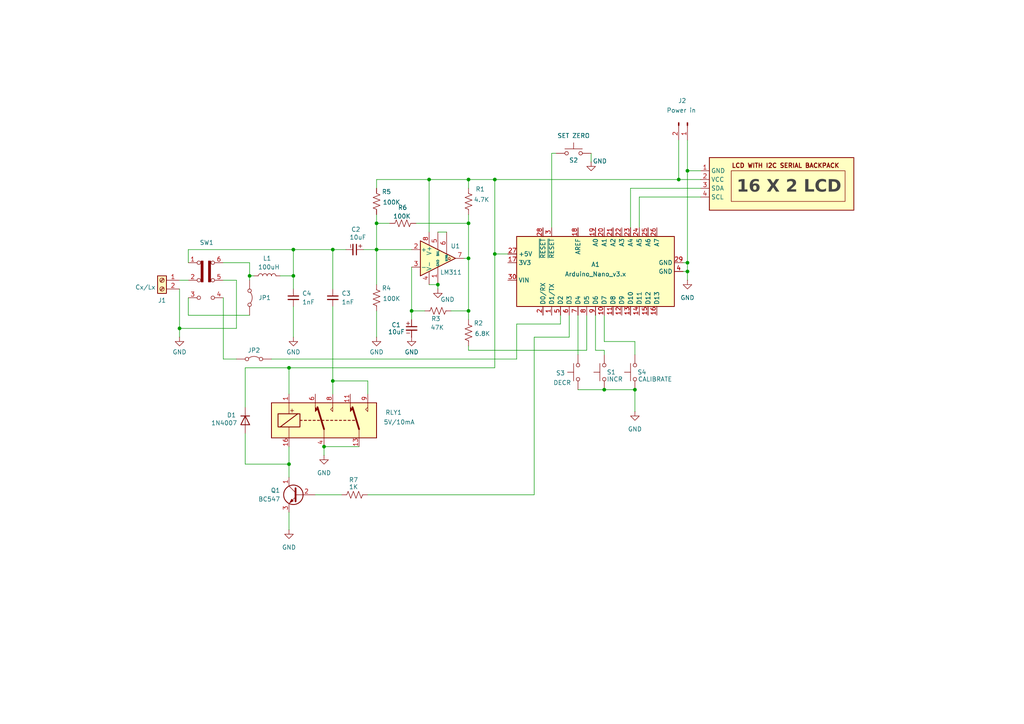
<source format=kicad_sch>
(kicad_sch (version 20231120) (generator "eeschema") (generator_version "8.0")
  (paper "A4")
  (lib_symbols
    (symbol "C_Small_1" (pin_numbers hide) (pin_names (offset 0.254) hide)
      (property "Reference" "C" (at 0.254 1.778 0))
      (property "Value" "C_Small" (at 0.254 -2.032 0))
      (symbol "C_Small_1_0_1"
        (polyline (pts (xy -1.524 -0.508) (xy 1.524 -0.508)) (stroke (width 0.3302)))
        (polyline (pts (xy -1.524 0.508) (xy 1.524 0.508)) (stroke (width 0.3048)))
      )
      (symbol "C_Small_1_1_1"
        (pin passive line (at 0 2.54 270) (length 2.032) (name "~") (number "1"))
        (pin passive line (at 0 -2.54 90) (length 2.032) (name "~") (number "2"))
      )
    )
    (symbol "Comparator:LM311" (pin_names (offset 0.127))
      (property "Reference" "U" (at 3.81 6.35 0))
      (property "Value" "LM311" (at 3.81 3.81 0))
      (symbol "LM311_0_1"
        (polyline (pts (xy 5.08 0) (xy -5.08 5.08) (xy -5.08 -5.08) (xy 5.08 0)) (stroke (width 0.254)) (fill (type background)))
        (polyline (pts (xy 3.683 -0.381) (xy 3.302 -0.381) (xy 3.683 0) (xy 3.302 0.381) (xy 2.921 0) (xy 3.302 -0.381) (xy 2.921 -0.381)) (stroke (width 0.127)))
      )
      (symbol "LM311_1_1"
        (pin passive line (at 0 -7.62 90) (length 5.08) (name "GND") (number "1"))
        (pin input line (at -7.62 2.54 0) (length 2.54) (name "+") (number "2"))
        (pin input line (at -7.62 -2.54 0) (length 2.54) (name "-") (number "3"))
        (pin power_in line (at -2.54 -7.62 90) (length 3.81) (name "V-") (number "4"))
        (pin input line (at 0 7.62 270) (length 5.08) (name "BAL") (number "5"))
        (pin input line (at 2.54 7.62 270) (length 6.35) (name "STRB") (number "6"))
        (pin open_collector line (at 7.62 0 180) (length 2.54) (name "~") (number "7"))
        (pin power_in line (at -2.54 7.62 270) (length 3.81) (name "V+") (number "8"))
      )
    )
    (symbol "Connector:Conn_01x02_Pin" (pin_names (offset 1.016) hide)
      (property "Reference" "J" (at 0 2.54 0))
      (property "Value" "Conn_01x02_Pin" (at 0 -5.08 0))
      (symbol "Conn_01x02_Pin_1_1"
        (polyline (pts (xy 1.27 -2.54) (xy 0.8636 -2.54)) (stroke (width 0.1524)))
        (polyline (pts (xy 1.27 0) (xy 0.8636 0)) (stroke (width 0.1524)))
        (rectangle (start 0.8636 -2.413) (end 0 -2.667) (stroke (width 0.1524)) (fill (type outline)))
        (rectangle (start 0.8636 0.127) (end 0 -0.127) (stroke (width 0.1524)) (fill (type outline)))
        (pin passive line (at 5.08 0 180) (length 3.81) (name "Pin_1") (number "1"))
        (pin passive line (at 5.08 -2.54 180) (length 3.81) (name "Pin_2") (number "2"))
      )
    )
    (symbol "Connector:Screw_Terminal_01x02" (pin_names (offset 1.016) hide)
      (property "Reference" "J" (at 0 2.54 0))
      (property "Value" "Screw_Terminal_01x02" (at 0 -5.08 0))
      (symbol "Screw_Terminal_01x02_1_1"
        (rectangle (start -1.27 1.27) (end 1.27 -3.81) (stroke (width 0.254)) (fill (type background)))
        (circle (center 0 -2.54) (radius 0.635) (stroke (width 0.1524)))
        (polyline (pts (xy -0.5334 -2.2098) (xy 0.3302 -3.048)) (stroke (width 0.1524)))
        (polyline (pts (xy -0.5334 0.3302) (xy 0.3302 -0.508)) (stroke (width 0.1524)))
        (polyline (pts (xy -0.3556 -2.032) (xy 0.508 -2.8702)) (stroke (width 0.1524)))
        (polyline (pts (xy -0.3556 0.508) (xy 0.508 -0.3302)) (stroke (width 0.1524)))
        (circle (center 0 0) (radius 0.635) (stroke (width 0.1524)))
        (pin passive line (at -5.08 0 0) (length 3.81) (name "Pin_1") (number "1"))
        (pin passive line (at -5.08 -2.54 0) (length 3.81) (name "Pin_2") (number "2"))
      )
    )
    (symbol "Device:C_Small" (pin_numbers hide) (pin_names (offset 0.254) hide)
      (property "Reference" "C1" (at -7.366 1.016 0))
      (property "Value" "C_Small" (at -10.668 -1.524 0))
      (symbol "C_Small_0_1"
        (polyline (pts (xy -1.524 -0.508) (xy 1.524 -0.508)) (stroke (width 0.3302)))
        (polyline (pts (xy -1.524 0.508) (xy 1.524 0.508)) (stroke (width 0.3048)))
      )
      (symbol "C_Small_1_1"
        (text "+" (at -1.016 1.524 0) (effects (font (size 1.27 1.27))))
        (text "-" (at -1.016 -1.27 0) (effects (font (size 1.27 1.27))))
        (pin passive line (at 0 2.54 270) (length 2.032) (name "~") (number "1"))
        (pin passive line (at 0 -2.54 90) (length 2.032) (name "~") (number "2"))
      )
    )
    (symbol "Device:L" (pin_numbers hide) (pin_names (offset 1.016) hide)
      (property "Reference" "L" (at -1.27 0 90))
      (property "Value" "L" (at 1.905 0 90))
      (symbol "L_0_1"
        (arc (start 0 -2.54) (mid 0.6323 -1.905) (end 0 -1.27))
        (arc (start 0 -1.27) (mid 0.6323 -0.635) (end 0 0))
        (arc (start 0 0) (mid 0.6323 0.635) (end 0 1.27))
        (arc (start 0 1.27) (mid 0.6323 1.905) (end 0 2.54))
      )
      (symbol "L_1_1"
        (pin passive line (at 0 3.81 270) (length 1.27) (name "1") (number "1"))
        (pin passive line (at 0 -3.81 90) (length 1.27) (name "2") (number "2"))
      )
    )
    (symbol "Device:R_US" (pin_numbers hide) (pin_names (offset 0))
      (property "Reference" "R" (at 2.54 0 90))
      (property "Value" "R_US" (at -2.54 0 90))
      (symbol "R_US_0_1"
        (polyline (pts (xy 0 -2.286) (xy 0 -2.54)))
        (polyline (pts (xy 0 2.286) (xy 0 2.54)))
        (polyline (pts (xy 0 -0.762) (xy 1.016 -1.143) (xy 0 -1.524) (xy -1.016 -1.905) (xy 0 -2.286)))
        (polyline (pts (xy 0 0.762) (xy 1.016 0.381) (xy 0 0) (xy -1.016 -0.381) (xy 0 -0.762)))
        (polyline (pts (xy 0 2.286) (xy 1.016 1.905) (xy 0 1.524) (xy -1.016 1.143) (xy 0 0.762)))
      )
      (symbol "R_US_1_1"
        (pin passive line (at 0 3.81 270) (length 1.27) (name "~") (number "1"))
        (pin passive line (at 0 -3.81 90) (length 1.27) (name "~") (number "2"))
      )
    )
    (symbol "Diode:1N4007" (pin_numbers hide) (pin_names hide)
      (property "Reference" "D" (at 0 2.54 0))
      (property "Value" "1N4007" (at 0 -2.54 0))
      (symbol "1N4007_0_1"
        (polyline (pts (xy -1.27 1.27) (xy -1.27 -1.27)) (stroke (width 0.254)))
        (polyline (pts (xy 1.27 0) (xy -1.27 0)))
        (polyline (pts (xy 1.27 1.27) (xy 1.27 -1.27) (xy -1.27 0) (xy 1.27 1.27)) (stroke (width 0.254)))
      )
      (symbol "1N4007_1_1"
        (pin passive line (at -3.81 0 0) (length 2.54) (name "K") (number "1"))
        (pin passive line (at 3.81 0 180) (length 2.54) (name "A") (number "2"))
      )
    )
    (symbol "Jumper:Jumper_2_Bridged" (pin_numbers hide) (pin_names (offset 0) hide) (exclude_from_sim yes)
      (property "Reference" "JP" (at 0 1.905 0))
      (property "Value" "Jumper_2_Bridged" (at 0 -2.54 0))
      (symbol "Jumper_2_Bridged_0_0"
        (circle (center -2.032 0) (radius 0.508))
        (circle (center 2.032 0) (radius 0.508))
      )
      (symbol "Jumper_2_Bridged_0_1"
        (arc (start 1.524 0.254) (mid 0 0.762) (end -1.524 0.254))
      )
      (symbol "Jumper_2_Bridged_1_1"
        (pin passive line (at -5.08 0 0) (length 2.54) (name "A") (number "1"))
        (pin passive line (at 5.08 0 180) (length 2.54) (name "B") (number "2"))
      )
    )
    (symbol "MCU_Module:Arduino_Nano_v3.x"
      (property "Reference" "A" (at -10.16 23.495 0))
      (property "Value" "Arduino_Nano_v3.x" (at 5.08 -24.13 0))
      (symbol "Arduino_Nano_v3.x_0_1"
        (rectangle (start -10.16 22.86) (end 10.16 -22.86) (stroke (width 0.254)) (fill (type background)))
      )
      (symbol "Arduino_Nano_v3.x_1_1"
        (pin bidirectional line (at -12.7 12.7 0) (length 2.54) (name "D1/TX") (number "1"))
        (pin bidirectional line (at -12.7 -2.54 0) (length 2.54) (name "D7") (number "10"))
        (pin bidirectional line (at -12.7 -5.08 0) (length 2.54) (name "D8") (number "11"))
        (pin bidirectional line (at -12.7 -7.62 0) (length 2.54) (name "D9") (number "12"))
        (pin bidirectional line (at -12.7 -10.16 0) (length 2.54) (name "D10") (number "13"))
        (pin bidirectional line (at -12.7 -12.7 0) (length 2.54) (name "D11") (number "14"))
        (pin bidirectional line (at -12.7 -15.24 0) (length 2.54) (name "D12") (number "15"))
        (pin bidirectional line (at -12.7 -17.78 0) (length 2.54) (name "D13") (number "16"))
        (pin power_out line (at 2.54 25.4 270) (length 2.54) (name "3V3") (number "17"))
        (pin input line (at 12.7 5.08 180) (length 2.54) (name "AREF") (number "18"))
        (pin bidirectional line (at 12.7 0 180) (length 2.54) (name "A0") (number "19"))
        (pin bidirectional line (at -12.7 15.24 0) (length 2.54) (name "D0/RX") (number "2"))
        (pin bidirectional line (at 12.7 -2.54 180) (length 2.54) (name "A1") (number "20"))
        (pin bidirectional line (at 12.7 -5.08 180) (length 2.54) (name "A2") (number "21"))
        (pin bidirectional line (at 12.7 -7.62 180) (length 2.54) (name "A3") (number "22"))
        (pin bidirectional line (at 12.7 -10.16 180) (length 2.54) (name "A4") (number "23"))
        (pin bidirectional line (at 12.7 -12.7 180) (length 2.54) (name "A5") (number "24"))
        (pin bidirectional line (at 12.7 -15.24 180) (length 2.54) (name "A6") (number "25"))
        (pin bidirectional line (at 12.7 -17.78 180) (length 2.54) (name "A7") (number "26"))
        (pin power_out line (at 5.08 25.4 270) (length 2.54) (name "+5V") (number "27"))
        (pin input line (at 12.7 15.24 180) (length 2.54) (name "~{RESET}") (number "28"))
        (pin power_in line (at 2.54 -25.4 90) (length 2.54) (name "GND") (number "29"))
        (pin input line (at 12.7 12.7 180) (length 2.54) (name "~{RESET}") (number "3"))
        (pin power_in line (at -2.54 25.4 270) (length 2.54) (name "VIN") (number "30"))
        (pin power_in line (at 0 -25.4 90) (length 2.54) (name "GND") (number "4"))
        (pin bidirectional line (at -12.7 10.16 0) (length 2.54) (name "D2") (number "5"))
        (pin bidirectional line (at -12.7 7.62 0) (length 2.54) (name "D3") (number "6"))
        (pin bidirectional line (at -12.7 5.08 0) (length 2.54) (name "D4") (number "7"))
        (pin bidirectional line (at -12.7 2.54 0) (length 2.54) (name "D5") (number "8"))
        (pin bidirectional line (at -12.7 0 0) (length 2.54) (name "D6") (number "9"))
      )
    )
    (symbol "My_Library:My-WC1602A-I2C"
      (symbol "My-WC1602A-I2C_1_1"
        (rectangle (start -17.78 7.62) (end 24.13 -7.62) (stroke (width 0.254)) (fill (type background)))
        (rectangle (start -11.43 3.81) (end 21.59 -5.08))
        (text "16 X 2 LCD" (at 5.334 -0.762 0) (effects (font (size 3.556 3.556) (thickness 0.508) (bold yes))))
        (text "LCD WITH I2C SERIAL BACKPACK" (at 4.318 5.334 0) (effects (font (size 1.27 1.27) (thickness 0.254) (bold yes))))
        (pin power_in line (at -20.32 3.81 0) (length 2.54) (name "GND") (number "1"))
        (pin power_in line (at -20.32 1.27 0) (length 2.54) (name "VCC") (number "2"))
        (pin bidirectional line (at -20.32 -1.27 0) (length 2.54) (name "SDA") (number "3"))
        (pin input line (at -20.32 -3.81 0) (length 2.54) (name "SCL") (number "4"))
      )
    )
    (symbol "My_Library:TIANBO-HJR1-2CL-05V"
      (property "Reference" "K" (at 15.24 8.89 0))
      (property "Value" "TIANBO-HJR1-2CL-05V" (at 28.194 3.302 0))
      (symbol "TIANBO-HJR1-2CL-05V_1_1"
        (rectangle (start -15.24 5.08) (end 15.24 -5.08) (stroke (width 0.254)) (fill (type background)))
        (rectangle (start -13.335 1.905) (end -6.985 -1.905) (stroke (width 0.254)))
        (polyline (pts (xy -12.7 -1.905) (xy -7.62 1.905)) (stroke (width 0.254)))
        (polyline (pts (xy -10.16 -5.08) (xy -10.16 -1.905)))
        (polyline (pts (xy -10.16 5.08) (xy -10.16 1.905)))
        (polyline (pts (xy -6.985 0) (xy -6.35 0)) (stroke (width 0.254)))
        (polyline (pts (xy -5.715 0) (xy -5.08 0)) (stroke (width 0.254)))
        (polyline (pts (xy -4.445 0) (xy -3.81 0)) (stroke (width 0.254)))
        (polyline (pts (xy -3.175 0) (xy -2.54 0)) (stroke (width 0.254)))
        (polyline (pts (xy -1.905 0) (xy -1.27 0)) (stroke (width 0.254)))
        (polyline (pts (xy -0.635 0) (xy 0 0)) (stroke (width 0.254)))
        (polyline (pts (xy 0 -2.54) (xy -1.905 3.81)) (stroke (width 0.508)))
        (polyline (pts (xy 0 -2.54) (xy 0 -5.08)))
        (polyline (pts (xy 0.635 0) (xy 1.27 0)) (stroke (width 0.254)))
        (polyline (pts (xy 1.905 0) (xy 2.54 0)) (stroke (width 0.254)))
        (polyline (pts (xy 3.175 0) (xy 3.81 0)) (stroke (width 0.254)))
        (polyline (pts (xy 4.445 0) (xy 5.08 0)) (stroke (width 0.254)))
        (polyline (pts (xy 5.715 0) (xy 6.35 0)) (stroke (width 0.254)))
        (polyline (pts (xy 6.985 0) (xy 7.62 0)) (stroke (width 0.254)))
        (polyline (pts (xy 8.255 0) (xy 8.89 0)) (stroke (width 0.254)))
        (polyline (pts (xy 10.16 -2.54) (xy 8.255 3.81)) (stroke (width 0.508)))
        (polyline (pts (xy 10.16 -2.54) (xy 10.16 -5.08)))
        (polyline (pts (xy -2.54 5.08) (xy -2.54 2.54) (xy -1.905 3.175) (xy -2.54 3.81)) (fill (type outline)))
        (polyline (pts (xy 2.54 5.08) (xy 2.54 2.54) (xy 1.905 3.175) (xy 2.54 3.81)))
        (polyline (pts (xy 7.62 5.08) (xy 7.62 2.54) (xy 8.255 3.175) (xy 7.62 3.81)) (fill (type outline)))
        (polyline (pts (xy 12.7 5.08) (xy 12.7 2.54) (xy 12.065 3.175) (xy 12.7 3.81)))
        (text "+" (at -9.271 2.921 0) (effects (font (size 1.27 1.27))))
        (pin passive line (at -10.16 7.62 270) (length 2.54) (name "~") (number "1"))
        (pin passive line (at 7.62 7.62 270) (length 2.54) (name "~") (number "11"))
        (pin passive line (at 10.16 -7.62 90) (length 2.54) (name "~") (number "13"))
        (pin passive line (at -10.16 -7.62 90) (length 2.54) (name "~") (number "16"))
        (pin passive line (at 0 -7.62 90) (length 2.54) (name "~") (number "4"))
        (pin passive line (at -2.54 7.62 270) (length 2.54) (name "~") (number "6"))
        (pin passive line (at 2.54 7.62 270) (length 2.54) (name "~") (number "8"))
        (pin passive line (at 12.7 7.62 270) (length 2.54) (name "~") (number "9"))
      )
    )
    (symbol "Switch:SW_Omron_B3FS" (pin_numbers hide) (pin_names (offset 1.016) hide)
      (property "Reference" "SW" (at 1.27 2.54 0))
      (property "Value" "SW_Omron_B3FS" (at 0 -1.524 0))
      (symbol "SW_Omron_B3FS_0_1"
        (circle (center -2.032 0) (radius 0.508))
        (polyline (pts (xy 0 1.27) (xy 0 3.048)))
        (polyline (pts (xy 2.54 1.27) (xy -2.54 1.27)))
        (circle (center 2.032 0) (radius 0.508))
        (pin passive line (at -5.08 0 0) (length 2.54) (name "1") (number "1"))
        (pin passive line (at 5.08 0 180) (length 2.54) (name "2") (number "2"))
      )
    )
    (symbol "Switch:SW_Slide_DPDT" (pin_names (offset 0) hide)
      (property "Reference" "SW" (at 0 6.858 0))
      (property "Value" "SW_Slide_DPDT" (at 0 -8.128 0))
      (symbol "SW_Slide_DPDT_0_0"
        (circle (center -2.032 -5.08) (radius 0.508))
        (circle (center -2.032 5.08) (radius 0.508))
        (circle (center 2.032 -5.08) (radius 0.508))
        (circle (center 2.032 0) (radius 0.508))
      )
      (symbol "SW_Slide_DPDT_0_1"
        (circle (center -2.032 0) (radius 0.508))
        (circle (center 2.032 5.08) (radius 0.508))
      )
      (symbol "SW_Slide_DPDT_1_1"
        (rectangle (start -1.397 5.588) (end -0.762 -0.508) (fill (type outline)))
        (rectangle (start 0.762 5.588) (end 1.397 -0.508) (fill (type outline)))
        (pin passive line (at -5.08 5.08 0) (length 2.54) (name "A") (number "1"))
        (pin passive line (at -5.08 0 0) (length 2.54) (name "B") (number "2"))
        (pin passive line (at -5.08 -5.08 0) (length 2.54) (name "C") (number "3"))
        (pin passive line (at 5.08 -5.08 180) (length 2.54) (name "A") (number "4"))
        (pin passive line (at 5.08 0 180) (length 2.54) (name "B") (number "5"))
        (pin passive line (at 5.08 5.08 180) (length 2.54) (name "C") (number "6"))
      )
    )
    (symbol "Transistor_BJT:BC547" (pin_names (offset 0) hide)
      (property "Reference" "Q" (at 5.08 1.905 0))
      (property "Value" "BC547" (at 5.08 0 0))
      (symbol "BC547_0_1"
        (polyline (pts (xy 0 0) (xy 0.635 0)))
        (polyline (pts (xy 0.635 0.635) (xy 2.54 2.54)))
        (polyline (pts (xy 0.635 -0.635) (xy 2.54 -2.54) (xy 2.54 -2.54)))
        (polyline (pts (xy 0.635 1.905) (xy 0.635 -1.905) (xy 0.635 -1.905)) (stroke (width 0.508)))
        (polyline (pts (xy 1.27 -1.778) (xy 1.778 -1.27) (xy 2.286 -2.286) (xy 1.27 -1.778) (xy 1.27 -1.778)) (fill (type outline)))
        (circle (center 1.27 0) (radius 2.8194) (stroke (width 0.254)))
      )
      (symbol "BC547_1_1"
        (pin passive line (at 2.54 5.08 270) (length 2.54) (name "C") (number "1"))
        (pin input line (at -5.08 0 0) (length 5.08) (name "B") (number "2"))
        (pin passive line (at 2.54 -5.08 90) (length 2.54) (name "E") (number "3"))
      )
    )
    (symbol "power:GND" (power) (pin_numbers hide) (pin_names (offset 0) hide)
      (property "Value" "GND" (at 0 -3.81 0))
      (symbol "GND_0_1"
        (polyline (pts (xy 0 0) (xy 0 -1.27) (xy 1.27 -1.27) (xy 0 -2.54) (xy -1.27 -1.27) (xy 0 -1.27)))
      )
      (symbol "GND_1_1"
        (pin power_in line (at 0 0 270) (length 0) (name "~") (number "1"))
      )
    )
  )
  (junction (at 96.52 110.49))
  (junction (at 124.46 52.07))
  (junction (at 85.09 72.39))
  (junction (at 135.89 52.07))
  (junction (at 93.98 129.54))
  (junction (at 199.39 76.2))
  (junction (at 135.89 74.93))
  (junction (at 109.22 72.39))
  (junction (at 196.85 52.07))
  (junction (at 135.89 90.17))
  (junction (at 83.82 134.62))
  (junction (at 52.07 95.25))
  (junction (at 119.38 90.17))
  (junction (at 143.51 52.07))
  (junction (at 96.52 72.39))
  (junction (at 175.26 113.03))
  (junction (at 83.82 106.68))
  (junction (at 184.15 113.03))
  (junction (at 135.89 64.77))
  (junction (at 127 82.55))
  (junction (at 199.39 49.53))
  (junction (at 143.51 73.66))
  (junction (at 72.39 80.01))
  (junction (at 109.22 64.77))
  (junction (at 199.39 78.74))
  (junction (at 85.09 80.01))
  (wire (pts (xy 109.22 64.77) (xy 109.22 72.39)))
  (wire (pts (xy 171.45 44.45) (xy 171.45 46.99)))
  (wire (pts (xy 119.38 90.17) (xy 123.19 90.17)))
  (wire (pts (xy 83.82 134.62) (xy 83.82 138.43)))
  (wire (pts (xy 52.07 95.25) (xy 68.58 95.25)))
  (wire (pts (xy 83.82 148.59) (xy 83.82 153.67)))
  (wire (pts (xy 106.68 143.51) (xy 154.94 143.51)))
  (wire (pts (xy 124.46 82.55) (xy 127 82.55)))
  (wire (pts (xy 135.89 54.61) (xy 135.89 52.07)))
  (wire (pts (xy 154.94 143.51) (xy 154.94 97.79)))
  (wire (pts (xy 54.61 91.44) (xy 72.39 91.44)))
  (wire (pts (xy 68.58 95.25) (xy 68.58 81.28)))
  (wire (pts (xy 172.72 101.6) (xy 172.72 91.44)))
  (wire (pts (xy 143.51 73.66) (xy 143.51 52.07)))
  (wire (pts (xy 119.38 90.17) (xy 119.38 92.71)))
  (wire (pts (xy 68.58 104.14) (xy 64.77 104.14)))
  (wire (pts (xy 143.51 73.66) (xy 147.32 73.66)))
  (wire (pts (xy 135.89 101.6) (xy 170.18 101.6)))
  (wire (pts (xy 68.58 81.28) (xy 64.77 81.28)))
  (wire (pts (xy 175.26 101.6) (xy 175.26 102.87)))
  (wire (pts (xy 203.2 54.61) (xy 182.88 54.61)))
  (wire (pts (xy 199.39 76.2) (xy 199.39 78.74)))
  (wire (pts (xy 124.46 52.07) (xy 135.89 52.07)))
  (wire (pts (xy 96.52 72.39) (xy 100.33 72.39)))
  (wire (pts (xy 96.52 72.39) (xy 96.52 83.82)))
  (wire (pts (xy 167.64 113.03) (xy 175.26 113.03)))
  (wire (pts (xy 203.2 57.15) (xy 185.42 57.15)))
  (wire (pts (xy 109.22 52.07) (xy 124.46 52.07)))
  (wire (pts (xy 106.68 110.49) (xy 96.52 110.49)))
  (wire (pts (xy 64.77 104.14) (xy 64.77 86.36)))
  (wire (pts (xy 54.61 86.36) (xy 54.61 91.44)))
  (wire (pts (xy 154.94 97.79) (xy 165.1 97.79)))
  (wire (pts (xy 143.51 52.07) (xy 196.85 52.07)))
  (wire (pts (xy 109.22 54.61) (xy 109.22 52.07)))
  (wire (pts (xy 175.26 113.03) (xy 184.15 113.03)))
  (wire (pts (xy 149.86 93.98) (xy 162.56 93.98)))
  (wire (pts (xy 167.64 91.44) (xy 167.64 102.87)))
  (wire (pts (xy 64.77 76.2) (xy 72.39 76.2)))
  (wire (pts (xy 175.26 99.06) (xy 184.15 99.06)))
  (wire (pts (xy 175.26 99.06) (xy 175.26 91.44)))
  (wire (pts (xy 109.22 64.77) (xy 113.03 64.77)))
  (wire (pts (xy 135.89 62.23) (xy 135.89 64.77)))
  (wire (pts (xy 119.38 77.47) (xy 119.38 90.17)))
  (wire (pts (xy 199.39 49.53) (xy 199.39 76.2)))
  (wire (pts (xy 109.22 72.39) (xy 119.38 72.39)))
  (wire (pts (xy 71.12 134.62) (xy 83.82 134.62)))
  (wire (pts (xy 199.39 78.74) (xy 199.39 81.28)))
  (wire (pts (xy 54.61 72.39) (xy 85.09 72.39)))
  (wire (pts (xy 184.15 113.03) (xy 184.15 119.38)))
  (wire (pts (xy 73.66 80.01) (xy 72.39 80.01)))
  (wire (pts (xy 120.65 64.77) (xy 135.89 64.77)))
  (wire (pts (xy 52.07 95.25) (xy 52.07 97.79)))
  (wire (pts (xy 71.12 106.68) (xy 83.82 106.68)))
  (wire (pts (xy 54.61 81.28) (xy 52.07 81.28)))
  (wire (pts (xy 135.89 92.71) (xy 135.89 90.17)))
  (wire (pts (xy 185.42 57.15) (xy 185.42 66.04)))
  (wire (pts (xy 196.85 52.07) (xy 203.2 52.07)))
  (wire (pts (xy 85.09 80.01) (xy 85.09 72.39)))
  (wire (pts (xy 83.82 129.54) (xy 83.82 134.62)))
  (wire (pts (xy 149.86 93.98) (xy 149.86 104.14)))
  (wire (pts (xy 85.09 80.01) (xy 85.09 83.82)))
  (wire (pts (xy 93.98 129.54) (xy 93.98 132.08)))
  (wire (pts (xy 109.22 90.17) (xy 109.22 97.79)))
  (wire (pts (xy 175.26 101.6) (xy 172.72 101.6)))
  (wire (pts (xy 203.2 49.53) (xy 199.39 49.53)))
  (wire (pts (xy 182.88 54.61) (xy 182.88 66.04)))
  (wire (pts (xy 83.82 106.68) (xy 83.82 114.3)))
  (wire (pts (xy 85.09 88.9) (xy 85.09 97.79)))
  (wire (pts (xy 127 67.31) (xy 129.54 67.31)))
  (wire (pts (xy 160.02 44.45) (xy 161.29 44.45)))
  (wire (pts (xy 165.1 91.44) (xy 165.1 97.79)))
  (wire (pts (xy 143.51 73.66) (xy 143.51 106.68)))
  (wire (pts (xy 135.89 74.93) (xy 134.62 74.93)))
  (wire (pts (xy 109.22 72.39) (xy 109.22 82.55)))
  (wire (pts (xy 198.12 76.2) (xy 199.39 76.2)))
  (wire (pts (xy 96.52 110.49) (xy 96.52 114.3)))
  (wire (pts (xy 160.02 66.04) (xy 160.02 44.45)))
  (wire (pts (xy 135.89 101.6) (xy 135.89 100.33)))
  (wire (pts (xy 96.52 88.9) (xy 96.52 110.49)))
  (wire (pts (xy 162.56 93.98) (xy 162.56 91.44)))
  (wire (pts (xy 124.46 67.31) (xy 124.46 52.07)))
  (wire (pts (xy 135.89 64.77) (xy 135.89 74.93)))
  (wire (pts (xy 54.61 76.2) (xy 54.61 72.39)))
  (wire (pts (xy 72.39 80.01) (xy 72.39 81.28)))
  (wire (pts (xy 130.81 90.17) (xy 135.89 90.17)))
  (wire (pts (xy 109.22 62.23) (xy 109.22 64.77)))
  (wire (pts (xy 170.18 91.44) (xy 170.18 101.6)))
  (wire (pts (xy 196.85 40.64) (xy 196.85 52.07)))
  (wire (pts (xy 199.39 40.64) (xy 199.39 49.53)))
  (wire (pts (xy 199.39 78.74) (xy 198.12 78.74)))
  (wire (pts (xy 135.89 52.07) (xy 143.51 52.07)))
  (wire (pts (xy 93.98 129.54) (xy 104.14 129.54)))
  (wire (pts (xy 91.44 143.51) (xy 99.06 143.51)))
  (wire (pts (xy 127 82.55) (xy 127 83.82)))
  (wire (pts (xy 52.07 83.82) (xy 52.07 95.25)))
  (wire (pts (xy 135.89 74.93) (xy 135.89 90.17)))
  (wire (pts (xy 184.15 99.06) (xy 184.15 102.87)))
  (wire (pts (xy 81.28 80.01) (xy 85.09 80.01)))
  (wire (pts (xy 105.41 72.39) (xy 109.22 72.39)))
  (wire (pts (xy 72.39 76.2) (xy 72.39 80.01)))
  (wire (pts (xy 71.12 125.73) (xy 71.12 134.62)))
  (wire (pts (xy 106.68 114.3) (xy 106.68 110.49)))
  (wire (pts (xy 85.09 72.39) (xy 96.52 72.39)))
  (wire (pts (xy 149.86 104.14) (xy 78.74 104.14)))
  (wire (pts (xy 71.12 118.11) (xy 71.12 106.68)))
  (wire (pts (xy 83.82 106.68) (xy 143.51 106.68)))
  (symbol (lib_id "Device:R_US") (at 116.84 64.77 90) (unit 1)
    (property "Reference" "R6" (at 118.11 60.198 90) (effects (justify left)))
    (property "Value" "100K" (at 119.126 62.738 90) (effects (justify left)))
    (property "Footprint" "Resistor_THT:R_Axial_DIN0207_L6.3mm_D2.5mm_P10.16mm_Horizontal" (effects (hide yes)))
    (property "Description" "Resistor, US symbol" (effects (hide yes)))
  )
  (symbol (lib_id "Transistor_BJT:BC547") (at 86.36 143.51 0) (mirror y) (unit 1)
    (property "Reference" "Q1" (at 81.28 142.2399 0) (effects (justify left)))
    (property "Value" "BC547" (at 81.28 144.7799 0) (effects (justify left)))
    (property "Footprint" "Package_TO_SOT_THT:TO-92_Wide" (effects (hide yes)))
    (property "Datasheet" "https://www.onsemi.com/pub/Collateral/BC550-D.pdf" (effects (hide yes)))
    (property "Description" "0.1A Ic, 45V Vce, Small Signal NPN Transistor, TO-92" (effects (hide yes)))
  )
  (symbol (lib_id "Device:R_US") (at 109.22 58.42 0) (unit 1)
    (property "Reference" "R5" (at 110.744 55.626 0) (effects (justify left)))
    (property "Value" "100K" (at 110.998 58.674 0) (effects (justify left)))
    (property "Footprint" "Resistor_THT:R_Axial_DIN0207_L6.3mm_D2.5mm_P10.16mm_Horizontal" (effects (hide yes)))
    (property "Description" "Resistor, US symbol" (effects (hide yes)))
  )
  (symbol (lib_id "power:GND") (at 119.38 97.79 0) (unit 1)
    (property "Reference" "#PWR05" (effects (hide yes)))
    (property "Value" "GND" (at 119.38 102.108 0))
    (property "Description" "Power symbol creates a global label with name \"GND\" , ground" (effects (hide yes)))
  )
  (symbol (lib_id "My_Library:TIANBO-HJR1-2CL-05V") (at 93.98 121.92 0) (unit 1)
    (property "Reference" "RLY1" (at 111.76 119.634 0) (effects (justify left)))
    (property "Value" "5V/10mA" (at 111.252 122.428 0) (effects (justify left)))
    (property "Footprint" "My-Library:TIANBO-HJR1-2CL-05V-footer" (effects (hide yes)))
    (property "Datasheet" "https://content.kemet.com/datasheets/KEM_R7002_EC2_EE2.pdf" (effects (hide yes)))
    (property "Description" "General purpose signal relay, Kemet EC2 Series, DPDT (2 Form C), non-latching, through hole, 60W/125VA, 220VDC/250VAC, 2A, 3V DC coil" (effects (hide yes)))
  )
  (symbol (lib_id "power:GND") (at 184.15 119.38 0) (unit 1)
    (property "Reference" "#PWR03" (effects (hide yes)))
    (property "Value" "GND" (at 184.15 124.46 0))
    (property "Description" "Power symbol creates a global label with name \"GND\" , ground" (effects (hide yes)))
  )
  (symbol (lib_name "C_Small_1") (lib_id "Device:C_Small") (at 85.09 86.36 0) (unit 1)
    (property "Reference" "C4" (at 87.63 85.0962 0) (effects (justify left)))
    (property "Value" "1nF" (at 87.63 87.6362 0) (effects (justify left)))
    (property "Footprint" "Capacitor_THT:CP_Radial_Tantal_D5.0mm_P5.00mm" (effects (hide yes)))
    (property "Description" "Unpolarized capacitor, small symbol" (effects (hide yes)))
  )
  (symbol (lib_id "Switch:SW_Omron_B3FS") (at 184.15 107.95 90) (unit 1)
    (property "Reference" "S4" (at 186.182 107.95 90))
    (property "Value" "CALIBRATE" (at 189.992 109.982 90))
    (property "Footprint" "Button_Switch_THT:SW_PUSH-12mm" (effects (hide yes)))
    (property "Datasheet" "https://omronfs.omron.com/en_US/ecb/products/pdf/en-b3fs.pdf" (effects (hide yes)))
    (property "Description" "Omron B3FS 6x6mm single pole normally-open tactile switch" (effects (hide yes)))
  )
  (symbol (lib_id "Device:R_US") (at 109.22 86.36 0) (unit 1)
    (property "Reference" "R4" (at 110.744 83.566 0) (effects (justify left)))
    (property "Value" "100K" (at 110.998 86.614 0) (effects (justify left)))
    (property "Footprint" "Resistor_THT:R_Axial_DIN0207_L6.3mm_D2.5mm_P10.16mm_Horizontal" (effects (hide yes)))
    (property "Description" "Resistor, US symbol" (effects (hide yes)))
  )
  (symbol (lib_id "Jumper:Jumper_2_Bridged") (at 73.66 104.14 0) (unit 1) (exclude_from_sim yes)
    (property "Reference" "JP2" (at 73.66 101.6 0))
    (property "Value" "Jumper_2" (effects (hide yes)))
    (property "Footprint" "Resistor_THT:R_Axial_DIN0207_L6.3mm_D2.5mm_P10.16mm_Horizontal" (effects (hide yes)))
    (property "Description" "Jumper, 2-pole, closed/bridged" (effects (hide yes)))
  )
  (symbol (lib_id "Switch:SW_Omron_B3FS") (at 175.26 107.95 90) (unit 1)
    (property "Reference" "S1" (at 177.292 107.95 90))
    (property "Value" "INCR" (at 178.308 109.982 90))
    (property "Footprint" "Button_Switch_THT:SW_PUSH-12mm" (effects (hide yes)))
    (property "Datasheet" "https://omronfs.omron.com/en_US/ecb/products/pdf/en-b3fs.pdf" (effects (hide yes)))
    (property "Description" "Omron B3FS 6x6mm single pole normally-open tactile switch" (effects (hide yes)))
  )
  (symbol (lib_id "power:GND") (at 93.98 132.08 0) (unit 1)
    (property "Reference" "#PWR010" (effects (hide yes)))
    (property "Value" "GND" (at 93.98 137.16 0))
    (property "Description" "Power symbol creates a global label with name \"GND\" , ground" (effects (hide yes)))
  )
  (symbol (lib_id "power:GND") (at 109.22 97.79 0) (unit 1)
    (property "Reference" "#PWR06" (effects (hide yes)))
    (property "Value" "GND" (at 109.22 102.108 0))
    (property "Description" "Power symbol creates a global label with name \"GND\" , ground" (effects (hide yes)))
  )
  (symbol (lib_id "Device:C_Small") (at 102.87 72.39 270) (unit 1)
    (property "Reference" "C2" (at 101.854 66.548 90) (effects (justify left)))
    (property "Value" "10uF" (at 101.346 68.834 90) (effects (justify left)))
    (property "Footprint" "Capacitor_THT:CP_Radial_Tantal_D4.5mm_P2.50mm" (effects (hide yes)))
    (property "Description" "Unpolarized capacitor, small symbol" (effects (hide yes)))
  )
  (symbol (lib_id "Switch:SW_Slide_DPDT") (at 59.69 81.28 0) (unit 1)
    (property "Reference" "SW1" (at 59.944 70.358 0))
    (property "Value" "SW_Slide_DPDT" (effects (hide yes)))
    (property "Footprint" "My-Library:SW_CK_" (effects (hide yes)))
    (property "Description" "Slide Switch, dual pole double throw" (effects (hide yes)))
  )
  (symbol (lib_id "power:GND") (at 199.39 81.28 0) (unit 1)
    (property "Reference" "#PWR02" (effects (hide yes)))
    (property "Value" "GND" (at 199.39 86.36 0))
    (property "Description" "Power symbol creates a global label with name \"GND\" , ground" (effects (hide yes)))
  )
  (symbol (lib_id "Connector:Screw_Terminal_01x02") (at 46.99 81.28 0) (mirror y) (unit 1)
    (property "Reference" "J1" (at 46.99 87.122 0))
    (property "Value" "Cx/Lx" (at 42.164 83.312 0))
    (property "Footprint" "TerminalBlock:TerminalBlock_bornier-2_P5.08mm" (effects (hide yes)))
    (property "Description" "Generic screw terminal, single row, 01x02, script generated (kicad-library-utils/schlib/autogen/connector/)" (effects (hide yes)))
  )
  (symbol (lib_id "Device:C_Small") (at 119.38 95.25 0) (unit 1)
    (property "Reference" "C1" (at 113.538 94.234 0) (effects (justify left)))
    (property "Value" "10uF" (at 112.522 96.266 0) (effects (justify left)))
    (property "Footprint" "Capacitor_THT:CP_Radial_Tantal_D4.5mm_P2.50mm" (effects (hide yes)))
    (property "Description" "Unpolarized capacitor, small symbol" (effects (hide yes)))
  )
  (symbol (lib_id "Device:L") (at 77.47 80.01 90) (unit 1)
    (property "Reference" "L1" (at 77.47 74.93 90))
    (property "Value" "100uH" (at 77.978 77.47 90))
    (property "Footprint" "Inductor_THT:L_Axial_L5.3mm_D2.2mm_P10.16mm_Horizontal_Vishay_IM-1" (effects (hide yes)))
    (property "Description" "Inductor" (effects (hide yes)))
  )
  (symbol (lib_id "Device:R_US") (at 102.87 143.51 90) (unit 1)
    (property "Reference" "R7" (at 103.886 139.192 90) (effects (justify left)))
    (property "Value" "1K" (at 103.886 141.224 90) (effects (justify left)))
    (property "Footprint" "Resistor_THT:R_Axial_DIN0207_L6.3mm_D2.5mm_P10.16mm_Horizontal" (effects (hide yes)))
    (property "Description" "Resistor, US symbol" (effects (hide yes)))
  )
  (symbol (lib_id "Switch:SW_Omron_B3FS") (at 166.37 44.45 0) (unit 1)
    (property "Reference" "S2" (at 166.37 46.482 0))
    (property "Value" "SET ZERO" (at 166.37 39.37 0))
    (property "Footprint" "Button_Switch_THT:SW_PUSH-12mm" (effects (hide yes)))
    (property "Datasheet" "https://omronfs.omron.com/en_US/ecb/products/pdf/en-b3fs.pdf" (effects (hide yes)))
    (property "Description" "Omron B3FS 6x6mm single pole normally-open tactile switch" (effects (hide yes)))
  )
  (symbol (lib_id "power:GND") (at 171.45 46.99 0) (unit 1)
    (property "Reference" "#PWR01" (effects (hide yes)))
    (property "Value" "GND" (at 173.99 46.736 0))
    (property "Description" "Power symbol creates a global label with name \"GND\" , ground" (effects (hide yes)))
  )
  (symbol (lib_name "C_Small_1") (lib_id "Device:C_Small") (at 96.52 86.36 0) (unit 1)
    (property "Reference" "C3" (at 99.06 85.0962 0) (effects (justify left)))
    (property "Value" "1nF" (at 99.06 87.6362 0) (effects (justify left)))
    (property "Footprint" "Capacitor_THT:CP_Radial_Tantal_D5.0mm_P5.00mm" (effects (hide yes)))
    (property "Description" "Unpolarized capacitor, small symbol" (effects (hide yes)))
  )
  (symbol (lib_id "power:GND") (at 127 83.82 0) (unit 1)
    (property "Reference" "#PWR04" (effects (hide yes)))
    (property "Value" "GND" (at 129.794 86.868 0))
    (property "Description" "Power symbol creates a global label with name \"GND\" , ground" (effects (hide yes)))
  )
  (symbol (lib_id "My_Library:My-WC1602A-I2C") (at 223.52 53.34 0) (unit 1)
    (property "Reference" "DS1" (effects (hide yes)))
    (property "Value" "WC1602A-I2C" (effects (hide yes)))
    (property "Footprint" "My-Library:WC1602A-I2C" (effects (hide yes)))
    (property "Datasheet" "http://www.wincomlcd.com/pdf/WC1602A-SFYLYHTC06.pdf" (effects (hide yes)))
    (property "Description" "LCD 16x2 Alphanumeric , 8 bit parallel bus, 5V VDD" (effects (hide yes)))
  )
  (symbol (lib_id "power:GND") (at 83.82 153.67 0) (unit 1)
    (property "Reference" "#PWR011" (effects (hide yes)))
    (property "Value" "GND" (at 83.82 158.75 0))
    (property "Description" "Power symbol creates a global label with name \"GND\" , ground" (effects (hide yes)))
  )
  (symbol (lib_id "power:GND") (at 52.07 97.79 0) (unit 1)
    (property "Reference" "#PWR08" (effects (hide yes)))
    (property "Value" "GND" (at 52.07 102.108 0))
    (property "Description" "Power symbol creates a global label with name \"GND\" , ground" (effects (hide yes)))
  )
  (symbol (lib_id "Comparator:LM311") (at 127 74.93 0) (unit 1)
    (property "Reference" "U1" (at 132.08 71.374 0))
    (property "Value" "LM311" (at 130.81 78.994 0))
    (property "Footprint" "Package_DIP:DIP-8_W7.62mm" (effects (hide yes)))
    (property "Datasheet" "https://www.st.com/resource/en/datasheet/lm311.pdf" (effects (hide yes)))
    (property "Description" "Voltage Comparator, DIP-8/SOIC-8" (effects (hide yes)))
  )
  (symbol (lib_id "Connector:Conn_01x02_Pin") (at 199.39 35.56 270) (unit 1)
    (property "Reference" "J2" (at 197.866 29.21 90))
    (property "Value" "Power in" (at 197.612 32.004 90))
    (property "Footprint" "Connector_PinSocket_2.54mm:PinSocket_1x02_P2.54mm_Vertical" (effects (hide yes)))
    (property "Description" "Generic connector, single row, 01x02, script generated" (effects (hide yes)))
  )
  (symbol (lib_id "MCU_Module:Arduino_Nano_v3.x") (at 172.72 78.74 90) (unit 1)
    (property "Reference" "A1" (at 172.72 76.708 90))
    (property "Value" "Arduino_Nano_v3.x" (at 172.72 79.502 90))
    (property "Footprint" "Module:Arduino_Nano" (effects (hide yes)))
    (property "Datasheet" "http://www.mouser.com/pdfdocs/Gravitech_Arduino_Nano3_0.pdf" (effects (hide yes)))
    (property "Description" "Arduino Nano v3.x" (effects (hide yes)))
  )
  (symbol (lib_id "Switch:SW_Omron_B3FS") (at 167.64 107.95 90) (unit 1)
    (property "Reference" "S3" (at 162.56 108.204 90))
    (property "Value" "DECR" (at 163.068 110.998 90))
    (property "Footprint" "Button_Switch_THT:SW_PUSH-12mm" (effects (hide yes)))
    (property "Datasheet" "https://omronfs.omron.com/en_US/ecb/products/pdf/en-b3fs.pdf" (effects (hide yes)))
    (property "Description" "Omron B3FS 6x6mm single pole normally-open tactile switch" (effects (hide yes)))
  )
  (symbol (lib_id "Diode:1N4007") (at 71.12 121.92 270) (unit 1)
    (property "Reference" "D1" (at 65.786 120.396 90) (effects (justify left)))
    (property "Value" "1N4007" (at 61.214 122.682 90) (effects (justify left)))
    (property "Footprint" "Diode_THT:D_DO-41_SOD81_P10.16mm_Horizontal" (effects (hide yes)))
    (property "Datasheet" "http://www.vishay.com/docs/88503/1n4001.pdf" (effects (hide yes)))
    (property "Description" "1000V 1A General Purpose Rectifier Diode, DO-41" (effects (hide yes)))
    (property "Sim.Device" "D" (effects (hide yes)))
    (property "Sim.Pins" "1=K 2=A" (effects (hide yes)))
  )
  (symbol (lib_id "Jumper:Jumper_2_Bridged") (at 72.39 86.36 270) (unit 1) (exclude_from_sim yes)
    (property "Reference" "JP1" (at 74.93 86.3599 90) (effects (justify left)))
    (property "Value" "Jumper_2" (effects (hide yes)))
    (property "Footprint" "Resistor_THT:R_Axial_DIN0207_L6.3mm_D2.5mm_P10.16mm_Horizontal" (effects (hide yes)))
    (property "Description" "Jumper, 2-pole, closed/bridged" (effects (hide yes)))
  )
  (symbol (lib_id "power:GND") (at 85.09 97.79 0) (unit 1)
    (property "Reference" "#PWR07" (effects (hide yes)))
    (property "Value" "GND" (at 85.09 102.108 0))
    (property "Description" "Power symbol creates a global label with name \"GND\" , ground" (effects (hide yes)))
  )
  (symbol (lib_id "Device:R_US") (at 135.89 58.42 0) (unit 1)
    (property "Reference" "R1" (at 137.922 54.864 0) (effects (justify left)))
    (property "Value" "4.7K" (at 137.414 57.912 0) (effects (justify left)))
    (property "Footprint" "Resistor_THT:R_Axial_DIN0207_L6.3mm_D2.5mm_P10.16mm_Horizontal" (effects (hide yes)))
    (property "Description" "Resistor, US symbol" (effects (hide yes)))
  )
  (symbol (lib_id "Device:R_US") (at 135.89 96.52 0) (unit 1)
    (property "Reference" "R2" (at 137.414 93.726 0) (effects (justify left)))
    (property "Value" "6.8K" (at 137.668 96.774 0) (effects (justify left)))
    (property "Footprint" "Resistor_THT:R_Axial_DIN0207_L6.3mm_D2.5mm_P10.16mm_Horizontal" (effects (hide yes)))
    (property "Description" "Resistor, US symbol" (effects (hide yes)))
  )
  (symbol (lib_id "Device:R_US") (at 127 90.17 90) (unit 1)
    (property "Reference" "R3" (at 127.762 92.456 90) (effects (justify left)))
    (property "Value" "47K" (at 128.778 94.996 90) (effects (justify left)))
    (property "Footprint" "Resistor_THT:R_Axial_DIN0207_L6.3mm_D2.5mm_P10.16mm_Horizontal" (effects (hide yes)))
    (property "Description" "Resistor, US symbol" (effects (hide yes)))
  )
)
</source>
